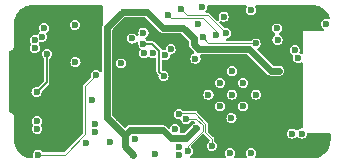
<source format=gbr>
%TF.GenerationSoftware,KiCad,Pcbnew,(6.0.4)*%
%TF.CreationDate,2022-11-15T14:04:26+01:00*%
%TF.ProjectId,tk1,746b312e-6b69-4636-9164-5f7063625858,rev?*%
%TF.SameCoordinates,Original*%
%TF.FileFunction,Copper,L3,Inr*%
%TF.FilePolarity,Positive*%
%FSLAX46Y46*%
G04 Gerber Fmt 4.6, Leading zero omitted, Abs format (unit mm)*
G04 Created by KiCad (PCBNEW (6.0.4)) date 2022-11-15 14:04:26*
%MOMM*%
%LPD*%
G01*
G04 APERTURE LIST*
%TA.AperFunction,ViaPad*%
%ADD10C,0.600000*%
%TD*%
%TA.AperFunction,Conductor*%
%ADD11C,0.200000*%
%TD*%
%TA.AperFunction,Conductor*%
%ADD12C,0.600000*%
%TD*%
%TA.AperFunction,Conductor*%
%ADD13C,0.125000*%
%TD*%
G04 APERTURE END LIST*
D10*
%TO.N,GND*%
X113700000Y-91262489D03*
X126850000Y-89100000D03*
X109499292Y-92457430D03*
X105643750Y-92350000D03*
X114400000Y-100200000D03*
X102200000Y-90500000D03*
X107017510Y-95517510D03*
X112200000Y-91600000D03*
X117900000Y-96100000D03*
X116900000Y-95100000D03*
X114080000Y-98030000D03*
X110450000Y-90350000D03*
X116345293Y-87690236D03*
X119850000Y-94100000D03*
X118900000Y-93100000D03*
X102800000Y-90200000D03*
X102987526Y-89456771D03*
X124200000Y-91350000D03*
X102200000Y-91150000D03*
X111450000Y-91600000D03*
X113250000Y-91750000D03*
X114400000Y-99524500D03*
X117900000Y-94100000D03*
X105593750Y-89200000D03*
X118900000Y-95100000D03*
X122700000Y-89500000D03*
X108600500Y-99100000D03*
X106500000Y-99200000D03*
X120500000Y-87950000D03*
X119850000Y-96100000D03*
X102400000Y-98000000D03*
X102400000Y-97350000D03*
X124500000Y-92000000D03*
X120900000Y-95100000D03*
X111400000Y-89850000D03*
X115800000Y-92050000D03*
X118850000Y-97100000D03*
%TO.N,+5V*%
X105543750Y-88200000D03*
X105593750Y-91250000D03*
X102500000Y-91950000D03*
X103500000Y-98000000D03*
X102300000Y-92650000D03*
X102350000Y-95700000D03*
X102800000Y-88050000D03*
X102350000Y-96450000D03*
%TO.N,+3V3*%
X114700000Y-93400000D03*
X123371981Y-90871981D03*
X111400000Y-88850000D03*
X119300000Y-89900000D03*
X107256692Y-97601839D03*
X123522528Y-93677472D03*
X116610383Y-100162874D03*
X109550000Y-96150000D03*
X114599988Y-90338489D03*
X109543750Y-91350000D03*
X109350000Y-97050000D03*
X109400000Y-95350000D03*
X120050000Y-90000000D03*
X126850000Y-98600000D03*
X113700000Y-90150000D03*
%TO.N,+2V5*%
X111400000Y-90800000D03*
X113100000Y-93550000D03*
X107300000Y-98300000D03*
%TO.N,+1V2*%
X122900238Y-93064220D03*
X115875683Y-97957964D03*
X110518912Y-100172510D03*
X109750000Y-88100000D03*
%TO.N,APP_CDONE*%
X122750000Y-90450000D03*
%TO.N,APP_CRESET*%
X116400000Y-90250000D03*
X120896377Y-90771778D03*
%TO.N,APP_ICE_SCK*%
X113500000Y-88388000D03*
X117562000Y-90050000D03*
%TO.N,SPI_VCC_OK*%
X107400000Y-93450000D03*
X102463948Y-100180819D03*
%TO.N,INTERFACE_TX*%
X110707631Y-98894377D03*
%TO.N,Net-(P1-PadA5)*%
X102346800Y-94903200D03*
X103206258Y-91637342D03*
%TO.N,APP_ICE_SS*%
X118183368Y-88496982D03*
%TO.N,APP_ICE_MOSI*%
X115986240Y-89094334D03*
%TO.N,APP_ICE_MISO*%
X118400000Y-89900000D03*
X114606642Y-87860883D03*
%TO.N,INTERFACE_RX*%
X112400000Y-100100000D03*
%TO.N,INTERFACE_RTS*%
X115001531Y-97152723D03*
X115142397Y-99910606D03*
%TO.N,INTERFACE_CTS*%
X117188553Y-99431165D03*
X114400000Y-96762000D03*
%TO.N,APP_GPIO1*%
X118700000Y-100050000D03*
%TO.N,APP_GPIO2*%
X120500000Y-100050000D03*
%TO.N,APP_GPIO3*%
X124000000Y-98400500D03*
%TO.N,APP_GPIO4*%
X124796800Y-98396800D03*
%TD*%
D11*
%TO.N,+2V5*%
X112141772Y-90800000D02*
X111400000Y-90800000D01*
X112724511Y-93174511D02*
X112724511Y-91382739D01*
X112724511Y-91382739D02*
X112141772Y-90800000D01*
X113100000Y-93550000D02*
X112724511Y-93174511D01*
D12*
%TO.N,+1V2*%
X115875683Y-97957964D02*
X115033647Y-98800000D01*
X114725489Y-89425489D02*
X115650000Y-90350000D01*
X109650000Y-88100000D02*
X109750000Y-88100000D01*
X113025489Y-89425489D02*
X114725489Y-89425489D01*
X108350000Y-97100000D02*
X108350000Y-89400000D01*
X108350000Y-89400000D02*
X109650000Y-88100000D01*
X115650000Y-90850000D02*
X116050000Y-91250000D01*
X110224511Y-98125489D02*
X109800000Y-98550000D01*
X113700000Y-98800000D02*
X113025489Y-98125489D01*
X113025489Y-98125489D02*
X110224511Y-98125489D01*
X109800000Y-98550000D02*
X108350000Y-97100000D01*
X111700000Y-88100000D02*
X113025489Y-89425489D01*
X110518912Y-100172510D02*
X109800000Y-99453598D01*
X115650000Y-90350000D02*
X115650000Y-90850000D01*
X109750000Y-88100000D02*
X111700000Y-88100000D01*
X115033647Y-98800000D02*
X113700000Y-98800000D01*
X109800000Y-99453598D02*
X109800000Y-98550000D01*
X122164220Y-93064220D02*
X122900238Y-93064220D01*
X120350000Y-91250000D02*
X122164220Y-93064220D01*
X116050000Y-91250000D02*
X120350000Y-91250000D01*
D13*
%TO.N,APP_CRESET*%
X116900000Y-90750000D02*
X116400000Y-90250000D01*
X120874599Y-90750000D02*
X116900000Y-90750000D01*
X120896377Y-90771778D02*
X120874599Y-90750000D01*
%TO.N,APP_ICE_SCK*%
X113719323Y-88607323D02*
X113500000Y-88388000D01*
X116457323Y-88607323D02*
X113719323Y-88607323D01*
X117562000Y-89712000D02*
X116457323Y-88607323D01*
X117562000Y-90050000D02*
X117562000Y-89712000D01*
%TO.N,SPI_VCC_OK*%
X104719181Y-100180819D02*
X102463948Y-100180819D01*
X106450000Y-98450000D02*
X104719181Y-100180819D01*
X106450000Y-94400000D02*
X106450000Y-98450000D01*
X107400000Y-93450000D02*
X106450000Y-94400000D01*
D11*
%TO.N,Net-(P1-PadA5)*%
X103206258Y-91637342D02*
X103206258Y-94043742D01*
X103206258Y-94043742D02*
X102346800Y-94903200D01*
D13*
%TO.N,APP_ICE_MISO*%
X118400000Y-89900000D02*
X116857803Y-88357803D01*
X115103562Y-88357803D02*
X114606642Y-87860883D01*
X116857803Y-88357803D02*
X115103562Y-88357803D01*
%TO.N,INTERFACE_RTS*%
X115142397Y-99454729D02*
X116400000Y-98197126D01*
X115142397Y-99910606D02*
X115142397Y-99454729D01*
X116400000Y-97700000D02*
X115852723Y-97152723D01*
X115852723Y-97152723D02*
X115001531Y-97152723D01*
X116400000Y-98197126D02*
X116400000Y-97700000D01*
%TO.N,INTERFACE_CTS*%
X117188553Y-99431165D02*
X117188553Y-98838553D01*
X116650000Y-97550000D02*
X115765712Y-96665712D01*
X117188553Y-98838553D02*
X116650000Y-98300000D01*
X116650000Y-98300000D02*
X116650000Y-97550000D01*
X114496288Y-96665712D02*
X114400000Y-96762000D01*
X115765712Y-96665712D02*
X114496288Y-96665712D01*
%TD*%
%TA.AperFunction,Conductor*%
%TO.N,+5V*%
G36*
X107892121Y-87520502D02*
G01*
X107938614Y-87574158D01*
X107950000Y-87626500D01*
X107950000Y-89222025D01*
X107944076Y-89259425D01*
X107940281Y-89266874D01*
X107938730Y-89276668D01*
X107936528Y-89290570D01*
X107931914Y-89309790D01*
X107924500Y-89332607D01*
X107924500Y-93068562D01*
X107904498Y-93136683D01*
X107850842Y-93183176D01*
X107780568Y-93193280D01*
X107715988Y-93163786D01*
X107709405Y-93157657D01*
X107653220Y-93101472D01*
X107533126Y-93040281D01*
X107523337Y-93038731D01*
X107523335Y-93038730D01*
X107409793Y-93020747D01*
X107400000Y-93019196D01*
X107390207Y-93020747D01*
X107276665Y-93038730D01*
X107276663Y-93038731D01*
X107266874Y-93040281D01*
X107146780Y-93101472D01*
X107051472Y-93196780D01*
X106990281Y-93316874D01*
X106969196Y-93450000D01*
X106970747Y-93459793D01*
X106981704Y-93528972D01*
X106972604Y-93599383D01*
X106946350Y-93637778D01*
X106340166Y-94243962D01*
X106339628Y-94244442D01*
X106329957Y-94249086D01*
X106321096Y-94260166D01*
X106321095Y-94260167D01*
X106314013Y-94269023D01*
X106309120Y-94274490D01*
X106307078Y-94277050D01*
X106302076Y-94282052D01*
X106298312Y-94288041D01*
X106295921Y-94291038D01*
X106292047Y-94296490D01*
X106276387Y-94316072D01*
X106273902Y-94326879D01*
X106268002Y-94336266D01*
X106266408Y-94350364D01*
X106265187Y-94361162D01*
X106264012Y-94368037D01*
X106263598Y-94371688D01*
X106262000Y-94378637D01*
X106262000Y-94385771D01*
X106261607Y-94389235D01*
X106261202Y-94396411D01*
X106258366Y-94421495D01*
X106261952Y-94431763D01*
X106262000Y-94432625D01*
X106262000Y-98319938D01*
X106241998Y-98388059D01*
X106225095Y-98409033D01*
X104678214Y-99955914D01*
X104615902Y-99989940D01*
X104589119Y-99992819D01*
X102922143Y-99992819D01*
X102854022Y-99972817D01*
X102820207Y-99940880D01*
X102816980Y-99936438D01*
X102812476Y-99927599D01*
X102717168Y-99832291D01*
X102597074Y-99771100D01*
X102587285Y-99769550D01*
X102587283Y-99769549D01*
X102473741Y-99751566D01*
X102463948Y-99750015D01*
X102454155Y-99751566D01*
X102340613Y-99769549D01*
X102340611Y-99769550D01*
X102330822Y-99771100D01*
X102210728Y-99832291D01*
X102115420Y-99927599D01*
X102054229Y-100047693D01*
X102052679Y-100057482D01*
X102052678Y-100057484D01*
X102042535Y-100121528D01*
X102033144Y-100180819D01*
X102054229Y-100313945D01*
X102058731Y-100322780D01*
X102061116Y-100330121D01*
X102063144Y-100401089D01*
X102026481Y-100461887D01*
X101962769Y-100493212D01*
X101932394Y-100494744D01*
X101788086Y-100484535D01*
X101770281Y-100481988D01*
X101571855Y-100438951D01*
X101554584Y-100433890D01*
X101364317Y-100363025D01*
X101347944Y-100355555D01*
X101328459Y-100344923D01*
X101169713Y-100258305D01*
X101154581Y-100248585D01*
X100992017Y-100126931D01*
X100978415Y-100115146D01*
X100834854Y-99971585D01*
X100823069Y-99957983D01*
X100800331Y-99927599D01*
X100701415Y-99795419D01*
X100691695Y-99780287D01*
X100594445Y-99602056D01*
X100586975Y-99585683D01*
X100516110Y-99395416D01*
X100511049Y-99378146D01*
X100484111Y-99253947D01*
X100468012Y-99179719D01*
X100465464Y-99161909D01*
X100453210Y-98988682D01*
X100453840Y-98973797D01*
X100453588Y-98973794D01*
X100453706Y-98964814D01*
X100455094Y-98955947D01*
X100453904Y-98946780D01*
X100451550Y-98928664D01*
X100450500Y-98912433D01*
X100450500Y-98000000D01*
X101969196Y-98000000D01*
X101970747Y-98009793D01*
X101976956Y-98048992D01*
X101990281Y-98133126D01*
X102051472Y-98253220D01*
X102146780Y-98348528D01*
X102266874Y-98409719D01*
X102276663Y-98411269D01*
X102276665Y-98411270D01*
X102390207Y-98429253D01*
X102400000Y-98430804D01*
X102409793Y-98429253D01*
X102523335Y-98411270D01*
X102523337Y-98411269D01*
X102533126Y-98409719D01*
X102653220Y-98348528D01*
X102748528Y-98253220D01*
X102809719Y-98133126D01*
X102823045Y-98048992D01*
X102829253Y-98009793D01*
X102830804Y-98000000D01*
X102825317Y-97965358D01*
X102811270Y-97876665D01*
X102811269Y-97876663D01*
X102809719Y-97866874D01*
X102748528Y-97746780D01*
X102746858Y-97745110D01*
X102724410Y-97682194D01*
X102740489Y-97613043D01*
X102743697Y-97608051D01*
X102748528Y-97603220D01*
X102809719Y-97483126D01*
X102813520Y-97459131D01*
X102829253Y-97359793D01*
X102830804Y-97350000D01*
X102822185Y-97295581D01*
X102811270Y-97226665D01*
X102811269Y-97226663D01*
X102809719Y-97216874D01*
X102748528Y-97096780D01*
X102653220Y-97001472D01*
X102533126Y-96940281D01*
X102523337Y-96938731D01*
X102523335Y-96938730D01*
X102409793Y-96920747D01*
X102400000Y-96919196D01*
X102390207Y-96920747D01*
X102276665Y-96938730D01*
X102276663Y-96938731D01*
X102266874Y-96940281D01*
X102146780Y-97001472D01*
X102051472Y-97096780D01*
X101990281Y-97216874D01*
X101988731Y-97226663D01*
X101988730Y-97226665D01*
X101977815Y-97295581D01*
X101969196Y-97350000D01*
X101970747Y-97359793D01*
X101986481Y-97459131D01*
X101990281Y-97483126D01*
X102051472Y-97603220D01*
X102053142Y-97604890D01*
X102075590Y-97667806D01*
X102059511Y-97736957D01*
X102056303Y-97741949D01*
X102051472Y-97746780D01*
X101990281Y-97866874D01*
X101988731Y-97876663D01*
X101988730Y-97876665D01*
X101974683Y-97965358D01*
X101969196Y-98000000D01*
X100450500Y-98000000D01*
X100450500Y-97116055D01*
X100451839Y-97104353D01*
X100451319Y-97104312D01*
X100452058Y-97094921D01*
X100454185Y-97085745D01*
X100450815Y-97038150D01*
X100450500Y-97029252D01*
X100450500Y-97016150D01*
X100448886Y-97005414D01*
X100447801Y-96995582D01*
X100445282Y-96960013D01*
X100444617Y-96950616D01*
X100441217Y-96941829D01*
X100439355Y-96933498D01*
X100436849Y-96925351D01*
X100435449Y-96916038D01*
X100415933Y-96875396D01*
X100412006Y-96866321D01*
X100399136Y-96833055D01*
X100395739Y-96824274D01*
X100389909Y-96816879D01*
X100385682Y-96809468D01*
X100380885Y-96802409D01*
X100376809Y-96793921D01*
X100370418Y-96787007D01*
X100346200Y-96760807D01*
X100339779Y-96753288D01*
X100317705Y-96725288D01*
X100317702Y-96725285D01*
X100311872Y-96717890D01*
X100304126Y-96712537D01*
X100297902Y-96706692D01*
X100291248Y-96701361D01*
X100284854Y-96694444D01*
X100245862Y-96671796D01*
X100237509Y-96666495D01*
X100208178Y-96646223D01*
X100208177Y-96646222D01*
X100200431Y-96640869D01*
X100191452Y-96638029D01*
X100183781Y-96634271D01*
X100175854Y-96631132D01*
X100167713Y-96626404D01*
X100158546Y-96624279D01*
X100158543Y-96624278D01*
X100123793Y-96616224D01*
X100114250Y-96613613D01*
X100088006Y-96605313D01*
X100029087Y-96565701D01*
X100000938Y-96500523D01*
X100000000Y-96485178D01*
X100000000Y-94903200D01*
X101915996Y-94903200D01*
X101937081Y-95036326D01*
X101998272Y-95156420D01*
X102093580Y-95251728D01*
X102213674Y-95312919D01*
X102223463Y-95314469D01*
X102223465Y-95314470D01*
X102337007Y-95332453D01*
X102346800Y-95334004D01*
X102356593Y-95332453D01*
X102470135Y-95314470D01*
X102470137Y-95314469D01*
X102479926Y-95312919D01*
X102600020Y-95251728D01*
X102695328Y-95156420D01*
X102756519Y-95036326D01*
X102777604Y-94903200D01*
X102772347Y-94870010D01*
X102781446Y-94799599D01*
X102807701Y-94761204D01*
X103359186Y-94209719D01*
X103363970Y-94205178D01*
X103392767Y-94179249D01*
X103401013Y-94160727D01*
X103410441Y-94143364D01*
X103421484Y-94126360D01*
X103423556Y-94113279D01*
X103425338Y-94108636D01*
X103426372Y-94103770D01*
X103431758Y-94091674D01*
X103431758Y-94071408D01*
X103433309Y-94051697D01*
X103434409Y-94044753D01*
X103436480Y-94031677D01*
X103433053Y-94018888D01*
X103432360Y-94005660D01*
X103432834Y-94005635D01*
X103431758Y-93997465D01*
X103431758Y-92350000D01*
X105212946Y-92350000D01*
X105234031Y-92483126D01*
X105295222Y-92603220D01*
X105390530Y-92698528D01*
X105510624Y-92759719D01*
X105520413Y-92761269D01*
X105520415Y-92761270D01*
X105633957Y-92779253D01*
X105643750Y-92780804D01*
X105653543Y-92779253D01*
X105767085Y-92761270D01*
X105767087Y-92761269D01*
X105776876Y-92759719D01*
X105896970Y-92698528D01*
X105992278Y-92603220D01*
X106053469Y-92483126D01*
X106074554Y-92350000D01*
X106053469Y-92216874D01*
X105992278Y-92096780D01*
X105896970Y-92001472D01*
X105776876Y-91940281D01*
X105767087Y-91938731D01*
X105767085Y-91938730D01*
X105653543Y-91920747D01*
X105643750Y-91919196D01*
X105633957Y-91920747D01*
X105520415Y-91938730D01*
X105520413Y-91938731D01*
X105510624Y-91940281D01*
X105390530Y-92001472D01*
X105295222Y-92096780D01*
X105234031Y-92216874D01*
X105212946Y-92350000D01*
X103431758Y-92350000D01*
X103431758Y-92065780D01*
X103451760Y-91997659D01*
X103468663Y-91976685D01*
X103554786Y-91890562D01*
X103615977Y-91770468D01*
X103637062Y-91637342D01*
X103627862Y-91579253D01*
X103617528Y-91514007D01*
X103617527Y-91514005D01*
X103615977Y-91504216D01*
X103554786Y-91384122D01*
X103459478Y-91288814D01*
X103339384Y-91227623D01*
X103329595Y-91226073D01*
X103329593Y-91226072D01*
X103216051Y-91208089D01*
X103206258Y-91206538D01*
X103196465Y-91208089D01*
X103082923Y-91226072D01*
X103082921Y-91226073D01*
X103073132Y-91227623D01*
X102953038Y-91288814D01*
X102857730Y-91384122D01*
X102796539Y-91504216D01*
X102794989Y-91514005D01*
X102794988Y-91514007D01*
X102784654Y-91579253D01*
X102775454Y-91637342D01*
X102796539Y-91770468D01*
X102857730Y-91890562D01*
X102943853Y-91976685D01*
X102977879Y-92038997D01*
X102980758Y-92065780D01*
X102980758Y-93898145D01*
X102960756Y-93966266D01*
X102943854Y-93987240D01*
X102488796Y-94442299D01*
X102426483Y-94476324D01*
X102379990Y-94477653D01*
X102346800Y-94472396D01*
X102337007Y-94473947D01*
X102223465Y-94491930D01*
X102223463Y-94491931D01*
X102213674Y-94493481D01*
X102093580Y-94554672D01*
X101998272Y-94649980D01*
X101937081Y-94770074D01*
X101935531Y-94779863D01*
X101935530Y-94779865D01*
X101931296Y-94806601D01*
X101915996Y-94903200D01*
X100000000Y-94903200D01*
X100000000Y-91516342D01*
X100020002Y-91448221D01*
X100073658Y-91401728D01*
X100093603Y-91395026D01*
X100099384Y-91394617D01*
X100108168Y-91391218D01*
X100116498Y-91389356D01*
X100124648Y-91386849D01*
X100133962Y-91385449D01*
X100174604Y-91365933D01*
X100183679Y-91362006D01*
X100216945Y-91349136D01*
X100216944Y-91349136D01*
X100225726Y-91345739D01*
X100233121Y-91339909D01*
X100240532Y-91335682D01*
X100247591Y-91330885D01*
X100256079Y-91326809D01*
X100262993Y-91320418D01*
X100289193Y-91296200D01*
X100296712Y-91289779D01*
X100324712Y-91267705D01*
X100324715Y-91267702D01*
X100332110Y-91261872D01*
X100337463Y-91254126D01*
X100343308Y-91247902D01*
X100348639Y-91241248D01*
X100355556Y-91234854D01*
X100378204Y-91195862D01*
X100383505Y-91187509D01*
X100403777Y-91158178D01*
X100403778Y-91158177D01*
X100409131Y-91150431D01*
X100409267Y-91150000D01*
X101769196Y-91150000D01*
X101770747Y-91159793D01*
X101787839Y-91267705D01*
X101790281Y-91283126D01*
X101851472Y-91403220D01*
X101946780Y-91498528D01*
X102066874Y-91559719D01*
X102076663Y-91561269D01*
X102076665Y-91561270D01*
X102190207Y-91579253D01*
X102200000Y-91580804D01*
X102209793Y-91579253D01*
X102323335Y-91561270D01*
X102323337Y-91561269D01*
X102333126Y-91559719D01*
X102453220Y-91498528D01*
X102548528Y-91403220D01*
X102609719Y-91283126D01*
X102612162Y-91267705D01*
X102629253Y-91159793D01*
X102630804Y-91150000D01*
X102617970Y-91068970D01*
X102611270Y-91026665D01*
X102611269Y-91026663D01*
X102609719Y-91016874D01*
X102548528Y-90896780D01*
X102546858Y-90895110D01*
X102524410Y-90832194D01*
X102540489Y-90763043D01*
X102543697Y-90758051D01*
X102548528Y-90753220D01*
X102583463Y-90684657D01*
X102632212Y-90633042D01*
X102701127Y-90615976D01*
X102715437Y-90617411D01*
X102800000Y-90630804D01*
X102809793Y-90629253D01*
X102923335Y-90611270D01*
X102923337Y-90611269D01*
X102933126Y-90609719D01*
X103053220Y-90548528D01*
X103148528Y-90453220D01*
X103209719Y-90333126D01*
X103230804Y-90200000D01*
X103222405Y-90146972D01*
X103211270Y-90076665D01*
X103211269Y-90076663D01*
X103209719Y-90066874D01*
X103183463Y-90015343D01*
X103167508Y-89984028D01*
X103154404Y-89914251D01*
X103181105Y-89848467D01*
X103222573Y-89814559D01*
X103231911Y-89809801D01*
X103231913Y-89809800D01*
X103240746Y-89805299D01*
X103336054Y-89709991D01*
X103397245Y-89589897D01*
X103403085Y-89553028D01*
X103416779Y-89466564D01*
X103418330Y-89456771D01*
X103416369Y-89444388D01*
X103398796Y-89333436D01*
X103398795Y-89333434D01*
X103397245Y-89323645D01*
X103336054Y-89203551D01*
X103332503Y-89200000D01*
X105162946Y-89200000D01*
X105164497Y-89209793D01*
X105178842Y-89300362D01*
X105184031Y-89333126D01*
X105245222Y-89453220D01*
X105340530Y-89548528D01*
X105460624Y-89609719D01*
X105470413Y-89611269D01*
X105470415Y-89611270D01*
X105583957Y-89629253D01*
X105593750Y-89630804D01*
X105603543Y-89629253D01*
X105717085Y-89611270D01*
X105717087Y-89611269D01*
X105726876Y-89609719D01*
X105846970Y-89548528D01*
X105942278Y-89453220D01*
X106003469Y-89333126D01*
X106008659Y-89300362D01*
X106023003Y-89209793D01*
X106024554Y-89200000D01*
X106010021Y-89108243D01*
X106005020Y-89076665D01*
X106005019Y-89076663D01*
X106003469Y-89066874D01*
X105942278Y-88946780D01*
X105846970Y-88851472D01*
X105726876Y-88790281D01*
X105717087Y-88788731D01*
X105717085Y-88788730D01*
X105603543Y-88770747D01*
X105593750Y-88769196D01*
X105583957Y-88770747D01*
X105470415Y-88788730D01*
X105470413Y-88788731D01*
X105460624Y-88790281D01*
X105340530Y-88851472D01*
X105245222Y-88946780D01*
X105184031Y-89066874D01*
X105182481Y-89076663D01*
X105182480Y-89076665D01*
X105177479Y-89108243D01*
X105162946Y-89200000D01*
X103332503Y-89200000D01*
X103240746Y-89108243D01*
X103120652Y-89047052D01*
X103110863Y-89045502D01*
X103110861Y-89045501D01*
X102997319Y-89027518D01*
X102987526Y-89025967D01*
X102977733Y-89027518D01*
X102864191Y-89045501D01*
X102864189Y-89045502D01*
X102854400Y-89047052D01*
X102734306Y-89108243D01*
X102638998Y-89203551D01*
X102577807Y-89323645D01*
X102576257Y-89333434D01*
X102576256Y-89333436D01*
X102558683Y-89444388D01*
X102556722Y-89456771D01*
X102558273Y-89466564D01*
X102571968Y-89553028D01*
X102577807Y-89589897D01*
X102582308Y-89598730D01*
X102582309Y-89598733D01*
X102620018Y-89672743D01*
X102633122Y-89742520D01*
X102606421Y-89808304D01*
X102564953Y-89842212D01*
X102555615Y-89846970D01*
X102555613Y-89846971D01*
X102546780Y-89851472D01*
X102451472Y-89946780D01*
X102446972Y-89955611D01*
X102446971Y-89955613D01*
X102416537Y-90015343D01*
X102367788Y-90066958D01*
X102298873Y-90084024D01*
X102284563Y-90082589D01*
X102200000Y-90069196D01*
X102190207Y-90070747D01*
X102076665Y-90088730D01*
X102076663Y-90088731D01*
X102066874Y-90090281D01*
X101946780Y-90151472D01*
X101851472Y-90246780D01*
X101790281Y-90366874D01*
X101769196Y-90500000D01*
X101770747Y-90509793D01*
X101787565Y-90615976D01*
X101790281Y-90633126D01*
X101851472Y-90753220D01*
X101853142Y-90754890D01*
X101875590Y-90817806D01*
X101859511Y-90886957D01*
X101856303Y-90891949D01*
X101851472Y-90896780D01*
X101790281Y-91016874D01*
X101788731Y-91026663D01*
X101788730Y-91026665D01*
X101782030Y-91068970D01*
X101769196Y-91150000D01*
X100409267Y-91150000D01*
X100411971Y-91141452D01*
X100415729Y-91133781D01*
X100418868Y-91125854D01*
X100423596Y-91117713D01*
X100425721Y-91108546D01*
X100425722Y-91108543D01*
X100433776Y-91073793D01*
X100436387Y-91064249D01*
X100447815Y-91028115D01*
X100449980Y-91021270D01*
X100450500Y-91014663D01*
X100450500Y-91012193D01*
X100450531Y-91011401D01*
X100451482Y-91004325D01*
X100451319Y-91004312D01*
X100452058Y-90994921D01*
X100454185Y-90985745D01*
X100450815Y-90938150D01*
X100450500Y-90929252D01*
X100450500Y-89098376D01*
X100452246Y-89077472D01*
X100454190Y-89065917D01*
X100454997Y-89061120D01*
X100455133Y-89050000D01*
X100453958Y-89041795D01*
X100453007Y-89014949D01*
X100465629Y-88838474D01*
X100468188Y-88820680D01*
X100511352Y-88622259D01*
X100516416Y-88605010D01*
X100587376Y-88414756D01*
X100594845Y-88398402D01*
X100692159Y-88220186D01*
X100701878Y-88205063D01*
X100730078Y-88167393D01*
X100823568Y-88042504D01*
X100835341Y-88028918D01*
X100978918Y-87885341D01*
X100992504Y-87873568D01*
X101155063Y-87751878D01*
X101170183Y-87742161D01*
X101348405Y-87644843D01*
X101364752Y-87637378D01*
X101481497Y-87593834D01*
X101555010Y-87566416D01*
X101572259Y-87561352D01*
X101770680Y-87518188D01*
X101788474Y-87515629D01*
X101961696Y-87503240D01*
X101976590Y-87503858D01*
X101976593Y-87503608D01*
X101985569Y-87503718D01*
X101994440Y-87505099D01*
X102003342Y-87503935D01*
X102003345Y-87503935D01*
X102021473Y-87501564D01*
X102037810Y-87500500D01*
X107824000Y-87500500D01*
X107892121Y-87520502D01*
G37*
%TD.AperFunction*%
%TD*%
%TA.AperFunction,Conductor*%
%TO.N,+3V3*%
G36*
X120116827Y-87520502D02*
G01*
X120163320Y-87574158D01*
X120173424Y-87644432D01*
X120152658Y-87695594D01*
X120151472Y-87696780D01*
X120090281Y-87816874D01*
X120088731Y-87826663D01*
X120088730Y-87826665D01*
X120079437Y-87885341D01*
X120069196Y-87950000D01*
X120070747Y-87959793D01*
X120087597Y-88066178D01*
X120090281Y-88083126D01*
X120151472Y-88203220D01*
X120246780Y-88298528D01*
X120366874Y-88359719D01*
X120376663Y-88361269D01*
X120376665Y-88361270D01*
X120490207Y-88379253D01*
X120500000Y-88380804D01*
X120509793Y-88379253D01*
X120623335Y-88361270D01*
X120623337Y-88361269D01*
X120633126Y-88359719D01*
X120753220Y-88298528D01*
X120848528Y-88203220D01*
X120909719Y-88083126D01*
X120912404Y-88066178D01*
X120929253Y-87959793D01*
X120930804Y-87950000D01*
X120920563Y-87885341D01*
X120911270Y-87826665D01*
X120911269Y-87826663D01*
X120909719Y-87816874D01*
X120848528Y-87696780D01*
X120847721Y-87695973D01*
X120825499Y-87633693D01*
X120841580Y-87564542D01*
X120892494Y-87515061D01*
X120951294Y-87500500D01*
X125655152Y-87500500D01*
X125674536Y-87502000D01*
X125685567Y-87503718D01*
X125685571Y-87503718D01*
X125694440Y-87505099D01*
X125706517Y-87503520D01*
X125731837Y-87502777D01*
X125859194Y-87511886D01*
X125911526Y-87515629D01*
X125929320Y-87518188D01*
X126127741Y-87561352D01*
X126144990Y-87566416D01*
X126170150Y-87575800D01*
X126335248Y-87637378D01*
X126351595Y-87644843D01*
X126529817Y-87742161D01*
X126544934Y-87751876D01*
X126644841Y-87826665D01*
X126707496Y-87873568D01*
X126721082Y-87885341D01*
X126864659Y-88028918D01*
X126876432Y-88042504D01*
X126997120Y-88203724D01*
X126998122Y-88205063D01*
X127007839Y-88220183D01*
X127104822Y-88397793D01*
X127105155Y-88398402D01*
X127112622Y-88414752D01*
X127114327Y-88419323D01*
X127156914Y-88533504D01*
X127161978Y-88604320D01*
X127127953Y-88666632D01*
X127065641Y-88700657D01*
X126999922Y-88697369D01*
X126991959Y-88694781D01*
X126983126Y-88690281D01*
X126973337Y-88688731D01*
X126973335Y-88688730D01*
X126859793Y-88670747D01*
X126850000Y-88669196D01*
X126840207Y-88670747D01*
X126726665Y-88688730D01*
X126726663Y-88688731D01*
X126716874Y-88690281D01*
X126596780Y-88751472D01*
X126501472Y-88846780D01*
X126440281Y-88966874D01*
X126438731Y-88976663D01*
X126438730Y-88976665D01*
X126422845Y-89076961D01*
X126419196Y-89100000D01*
X126420747Y-89109793D01*
X126426636Y-89146972D01*
X126440281Y-89233126D01*
X126501472Y-89353220D01*
X126596780Y-89448528D01*
X126619865Y-89460291D01*
X126622696Y-89461733D01*
X126674311Y-89510482D01*
X126691377Y-89579397D01*
X126668476Y-89646598D01*
X126612878Y-89690750D01*
X126565493Y-89700000D01*
X124900000Y-89700000D01*
X124900000Y-91520647D01*
X124879998Y-91588768D01*
X124826342Y-91635261D01*
X124756068Y-91645365D01*
X124716799Y-91632915D01*
X124677328Y-91612803D01*
X124625714Y-91564056D01*
X124608648Y-91495141D01*
X124610083Y-91480826D01*
X124611270Y-91473335D01*
X124630804Y-91350000D01*
X124628215Y-91333656D01*
X124611270Y-91226665D01*
X124611269Y-91226663D01*
X124609719Y-91216874D01*
X124548528Y-91096780D01*
X124453220Y-91001472D01*
X124333126Y-90940281D01*
X124323337Y-90938731D01*
X124323335Y-90938730D01*
X124209793Y-90920747D01*
X124200000Y-90919196D01*
X124190207Y-90920747D01*
X124076665Y-90938730D01*
X124076663Y-90938731D01*
X124066874Y-90940281D01*
X123946780Y-91001472D01*
X123851472Y-91096780D01*
X123790281Y-91216874D01*
X123788731Y-91226663D01*
X123788730Y-91226665D01*
X123771785Y-91333656D01*
X123769196Y-91350000D01*
X123790281Y-91483126D01*
X123851472Y-91603220D01*
X123946780Y-91698528D01*
X123955613Y-91703029D01*
X123955615Y-91703030D01*
X124022670Y-91737196D01*
X124074286Y-91785944D01*
X124091352Y-91854859D01*
X124089917Y-91869169D01*
X124069196Y-92000000D01*
X124070747Y-92009793D01*
X124087555Y-92115913D01*
X124090281Y-92133126D01*
X124151472Y-92253220D01*
X124246780Y-92348528D01*
X124366874Y-92409719D01*
X124376663Y-92411269D01*
X124376665Y-92411270D01*
X124490207Y-92429253D01*
X124500000Y-92430804D01*
X124509793Y-92429253D01*
X124623335Y-92411270D01*
X124623337Y-92411269D01*
X124633126Y-92409719D01*
X124716798Y-92367086D01*
X124786573Y-92353982D01*
X124852358Y-92380682D01*
X124893265Y-92438709D01*
X124900000Y-92479353D01*
X124900000Y-97842036D01*
X124879998Y-97910157D01*
X124826342Y-97956650D01*
X124793711Y-97966485D01*
X124673465Y-97985530D01*
X124673463Y-97985531D01*
X124663674Y-97987081D01*
X124543580Y-98048272D01*
X124485645Y-98106207D01*
X124423333Y-98140233D01*
X124352518Y-98135168D01*
X124307455Y-98106207D01*
X124253220Y-98051972D01*
X124133126Y-97990781D01*
X124123337Y-97989231D01*
X124123335Y-97989230D01*
X124009793Y-97971247D01*
X124000000Y-97969696D01*
X123990207Y-97971247D01*
X123876665Y-97989230D01*
X123876663Y-97989231D01*
X123866874Y-97990781D01*
X123746780Y-98051972D01*
X123651472Y-98147280D01*
X123590281Y-98267374D01*
X123569196Y-98400500D01*
X123590281Y-98533626D01*
X123651472Y-98653720D01*
X123746780Y-98749028D01*
X123866874Y-98810219D01*
X123876663Y-98811769D01*
X123876665Y-98811770D01*
X123990207Y-98829753D01*
X124000000Y-98831304D01*
X124009793Y-98829753D01*
X124123335Y-98811770D01*
X124123337Y-98811769D01*
X124133126Y-98810219D01*
X124253220Y-98749028D01*
X124311155Y-98691093D01*
X124373467Y-98657067D01*
X124444282Y-98662132D01*
X124489345Y-98691093D01*
X124543580Y-98745328D01*
X124663674Y-98806519D01*
X124673463Y-98808069D01*
X124673465Y-98808070D01*
X124787007Y-98826053D01*
X124796800Y-98827604D01*
X124806593Y-98826053D01*
X124920135Y-98808070D01*
X124920137Y-98808069D01*
X124929926Y-98806519D01*
X125050020Y-98745328D01*
X125145328Y-98650020D01*
X125206519Y-98529926D01*
X125218182Y-98456289D01*
X125248595Y-98392136D01*
X125308863Y-98354609D01*
X125342631Y-98350000D01*
X127123500Y-98350000D01*
X127191621Y-98370002D01*
X127238114Y-98423658D01*
X127249500Y-98476000D01*
X127249500Y-98905152D01*
X127248000Y-98924536D01*
X127246282Y-98935567D01*
X127246282Y-98935571D01*
X127244901Y-98944440D01*
X127246480Y-98956517D01*
X127247223Y-98981839D01*
X127234371Y-99161526D01*
X127231812Y-99179320D01*
X127188648Y-99377741D01*
X127183584Y-99394990D01*
X127128935Y-99541513D01*
X127112624Y-99585244D01*
X127105157Y-99601595D01*
X127013810Y-99768883D01*
X127007841Y-99779814D01*
X126998124Y-99794934D01*
X126912025Y-99909949D01*
X126876432Y-99957496D01*
X126864659Y-99971082D01*
X126721082Y-100114659D01*
X126707495Y-100126432D01*
X126553170Y-100241959D01*
X126544937Y-100248122D01*
X126529817Y-100257839D01*
X126351595Y-100355157D01*
X126335248Y-100362622D01*
X126272371Y-100386074D01*
X126144990Y-100433584D01*
X126127741Y-100438648D01*
X125929320Y-100481812D01*
X125911526Y-100484371D01*
X125738304Y-100496760D01*
X125723410Y-100496142D01*
X125723407Y-100496392D01*
X125714431Y-100496282D01*
X125705560Y-100494901D01*
X125696658Y-100496065D01*
X125696655Y-100496065D01*
X125678527Y-100498436D01*
X125662190Y-100499500D01*
X120951294Y-100499500D01*
X120883173Y-100479498D01*
X120836680Y-100425842D01*
X120826576Y-100355568D01*
X120847342Y-100304406D01*
X120848528Y-100303220D01*
X120909719Y-100183126D01*
X120911401Y-100172510D01*
X120929253Y-100059793D01*
X120930804Y-100050000D01*
X120909719Y-99916874D01*
X120848528Y-99796780D01*
X120753220Y-99701472D01*
X120633126Y-99640281D01*
X120623337Y-99638731D01*
X120623335Y-99638730D01*
X120509793Y-99620747D01*
X120500000Y-99619196D01*
X120490207Y-99620747D01*
X120376665Y-99638730D01*
X120376663Y-99638731D01*
X120366874Y-99640281D01*
X120246780Y-99701472D01*
X120151472Y-99796780D01*
X120090281Y-99916874D01*
X120069196Y-100050000D01*
X120070747Y-100059793D01*
X120088600Y-100172510D01*
X120090281Y-100183126D01*
X120151472Y-100303220D01*
X120152279Y-100304027D01*
X120174501Y-100366307D01*
X120158420Y-100435458D01*
X120107506Y-100484939D01*
X120048706Y-100499500D01*
X119151294Y-100499500D01*
X119083173Y-100479498D01*
X119036680Y-100425842D01*
X119026576Y-100355568D01*
X119047342Y-100304406D01*
X119048528Y-100303220D01*
X119109719Y-100183126D01*
X119111401Y-100172510D01*
X119129253Y-100059793D01*
X119130804Y-100050000D01*
X119109719Y-99916874D01*
X119048528Y-99796780D01*
X118953220Y-99701472D01*
X118833126Y-99640281D01*
X118823337Y-99638731D01*
X118823335Y-99638730D01*
X118709793Y-99620747D01*
X118700000Y-99619196D01*
X118690207Y-99620747D01*
X118576665Y-99638730D01*
X118576663Y-99638731D01*
X118566874Y-99640281D01*
X118446780Y-99701472D01*
X118351472Y-99796780D01*
X118290281Y-99916874D01*
X118269196Y-100050000D01*
X118270747Y-100059793D01*
X118288600Y-100172510D01*
X118290281Y-100183126D01*
X118351472Y-100303220D01*
X118352279Y-100304027D01*
X118374501Y-100366307D01*
X118358420Y-100435458D01*
X118307506Y-100484939D01*
X118248706Y-100499500D01*
X115448700Y-100499500D01*
X115380579Y-100479498D01*
X115334086Y-100425842D01*
X115323982Y-100355568D01*
X115353476Y-100290988D01*
X115379562Y-100270574D01*
X115378757Y-100269467D01*
X115386785Y-100263634D01*
X115395617Y-100259134D01*
X115490925Y-100163826D01*
X115552116Y-100043732D01*
X115554205Y-100030546D01*
X115571650Y-99920399D01*
X115573201Y-99910606D01*
X115564491Y-99855612D01*
X115553667Y-99787271D01*
X115553666Y-99787269D01*
X115552116Y-99777480D01*
X115490925Y-99657386D01*
X115437364Y-99603825D01*
X115403338Y-99541513D01*
X115408403Y-99470698D01*
X115437363Y-99425635D01*
X116384469Y-98478529D01*
X116446780Y-98444505D01*
X116517595Y-98449569D01*
X116562658Y-98478530D01*
X116963648Y-98879520D01*
X116997674Y-98941832D01*
X117000553Y-98968615D01*
X117000553Y-98972970D01*
X116980551Y-99041091D01*
X116948614Y-99074906D01*
X116944172Y-99078133D01*
X116935333Y-99082637D01*
X116840025Y-99177945D01*
X116778834Y-99298039D01*
X116777284Y-99307828D01*
X116777283Y-99307830D01*
X116762500Y-99401166D01*
X116757749Y-99431165D01*
X116759300Y-99440958D01*
X116775589Y-99543801D01*
X116778834Y-99564291D01*
X116840025Y-99684385D01*
X116935333Y-99779693D01*
X117055427Y-99840884D01*
X117065216Y-99842434D01*
X117065218Y-99842435D01*
X117178760Y-99860418D01*
X117188553Y-99861969D01*
X117198346Y-99860418D01*
X117311888Y-99842435D01*
X117311890Y-99842434D01*
X117321679Y-99840884D01*
X117441773Y-99779693D01*
X117537081Y-99684385D01*
X117598272Y-99564291D01*
X117601518Y-99543801D01*
X117617806Y-99440958D01*
X117619357Y-99431165D01*
X117614606Y-99401166D01*
X117599823Y-99307830D01*
X117599822Y-99307828D01*
X117598272Y-99298039D01*
X117537081Y-99177945D01*
X117441773Y-99082637D01*
X117432934Y-99078133D01*
X117428492Y-99074906D01*
X117385138Y-99018684D01*
X117376553Y-98972970D01*
X117376553Y-98871225D01*
X117376594Y-98870506D01*
X117380149Y-98860382D01*
X117377326Y-98835015D01*
X117376920Y-98827689D01*
X117376553Y-98824430D01*
X117376553Y-98817357D01*
X117374980Y-98810460D01*
X117374548Y-98806628D01*
X117373434Y-98800043D01*
X117372232Y-98789239D01*
X117372231Y-98789237D01*
X117370662Y-98775136D01*
X117364778Y-98765738D01*
X117362312Y-98754928D01*
X117346693Y-98735327D01*
X117342665Y-98729638D01*
X117340380Y-98726769D01*
X117336595Y-98720723D01*
X117331550Y-98715678D01*
X117329378Y-98712950D01*
X117324596Y-98707597D01*
X117317701Y-98698944D01*
X117308859Y-98687848D01*
X117299065Y-98683124D01*
X117298416Y-98682544D01*
X116874905Y-98259033D01*
X116840879Y-98196721D01*
X116838000Y-98169938D01*
X116838000Y-97582660D01*
X116838040Y-97581951D01*
X116841595Y-97571829D01*
X116838773Y-97546469D01*
X116838366Y-97539128D01*
X116838000Y-97535878D01*
X116838000Y-97528804D01*
X116836426Y-97521906D01*
X116835995Y-97518076D01*
X116834879Y-97511478D01*
X116834242Y-97505751D01*
X116832109Y-97486583D01*
X116826225Y-97477185D01*
X116823759Y-97466375D01*
X116808140Y-97446774D01*
X116804112Y-97441085D01*
X116801827Y-97438216D01*
X116798042Y-97432170D01*
X116792997Y-97427125D01*
X116790825Y-97424397D01*
X116786043Y-97419044D01*
X116779148Y-97410391D01*
X116770306Y-97399295D01*
X116760512Y-97394571D01*
X116759863Y-97393991D01*
X116465872Y-97100000D01*
X118419196Y-97100000D01*
X118420747Y-97109793D01*
X118433895Y-97192804D01*
X118440281Y-97233126D01*
X118501472Y-97353220D01*
X118596780Y-97448528D01*
X118716874Y-97509719D01*
X118726663Y-97511269D01*
X118726665Y-97511270D01*
X118840207Y-97529253D01*
X118850000Y-97530804D01*
X118859793Y-97529253D01*
X118973335Y-97511270D01*
X118973337Y-97511269D01*
X118983126Y-97509719D01*
X119103220Y-97448528D01*
X119198528Y-97353220D01*
X119259719Y-97233126D01*
X119266106Y-97192804D01*
X119279253Y-97109793D01*
X119280804Y-97100000D01*
X119267376Y-97015220D01*
X119261270Y-96976665D01*
X119261269Y-96976663D01*
X119259719Y-96966874D01*
X119198528Y-96846780D01*
X119103220Y-96751472D01*
X118983126Y-96690281D01*
X118973337Y-96688731D01*
X118973335Y-96688730D01*
X118859793Y-96670747D01*
X118850000Y-96669196D01*
X118840207Y-96670747D01*
X118726665Y-96688730D01*
X118726663Y-96688731D01*
X118716874Y-96690281D01*
X118596780Y-96751472D01*
X118501472Y-96846780D01*
X118440281Y-96966874D01*
X118438731Y-96976663D01*
X118438730Y-96976665D01*
X118432624Y-97015220D01*
X118419196Y-97100000D01*
X116465872Y-97100000D01*
X115921750Y-96555878D01*
X115921270Y-96555340D01*
X115916626Y-96545669D01*
X115896689Y-96529725D01*
X115891222Y-96524832D01*
X115888662Y-96522790D01*
X115883660Y-96517788D01*
X115877671Y-96514024D01*
X115874674Y-96511633D01*
X115869222Y-96507759D01*
X115849640Y-96492099D01*
X115838833Y-96489614D01*
X115829446Y-96483714D01*
X115804551Y-96480899D01*
X115797675Y-96479724D01*
X115794024Y-96479310D01*
X115787075Y-96477712D01*
X115779941Y-96477712D01*
X115776477Y-96477319D01*
X115769301Y-96476914D01*
X115758318Y-96475672D01*
X115758317Y-96475672D01*
X115744217Y-96474078D01*
X115733949Y-96477664D01*
X115733087Y-96477712D01*
X114769650Y-96477712D01*
X114701529Y-96457710D01*
X114680555Y-96440807D01*
X114653220Y-96413472D01*
X114533126Y-96352281D01*
X114523337Y-96350731D01*
X114523335Y-96350730D01*
X114409793Y-96332747D01*
X114400000Y-96331196D01*
X114390207Y-96332747D01*
X114276665Y-96350730D01*
X114276663Y-96350731D01*
X114266874Y-96352281D01*
X114146780Y-96413472D01*
X114051472Y-96508780D01*
X113990281Y-96628874D01*
X113988731Y-96638663D01*
X113988730Y-96638665D01*
X113983649Y-96670747D01*
X113969196Y-96762000D01*
X113970747Y-96771793D01*
X113984023Y-96855612D01*
X113990281Y-96895126D01*
X114051472Y-97015220D01*
X114146780Y-97110528D01*
X114266874Y-97171719D01*
X114276663Y-97173269D01*
X114276665Y-97173270D01*
X114390207Y-97191253D01*
X114400000Y-97192804D01*
X114409793Y-97191253D01*
X114409794Y-97191253D01*
X114448934Y-97185054D01*
X114519345Y-97194154D01*
X114573659Y-97239876D01*
X114588477Y-97270566D01*
X114590261Y-97276056D01*
X114591812Y-97285849D01*
X114653003Y-97405943D01*
X114748311Y-97501251D01*
X114868405Y-97562442D01*
X114878194Y-97563992D01*
X114878196Y-97563993D01*
X114991738Y-97581976D01*
X115001531Y-97583527D01*
X115011324Y-97581976D01*
X115124866Y-97563993D01*
X115124868Y-97563992D01*
X115134657Y-97562442D01*
X115254751Y-97501251D01*
X115350059Y-97405943D01*
X115354563Y-97397104D01*
X115357790Y-97392662D01*
X115414012Y-97349308D01*
X115459726Y-97340723D01*
X115616748Y-97340723D01*
X115684869Y-97360725D01*
X115731362Y-97414381D01*
X115741466Y-97484655D01*
X115711972Y-97549235D01*
X115680238Y-97574070D01*
X115680102Y-97574114D01*
X115672078Y-97579944D01*
X115672076Y-97579945D01*
X115660694Y-97588215D01*
X115643839Y-97598545D01*
X115622463Y-97609436D01*
X114894304Y-98337595D01*
X114831992Y-98371621D01*
X114805209Y-98374500D01*
X114587632Y-98374500D01*
X114519511Y-98354498D01*
X114473018Y-98300842D01*
X114462914Y-98230568D01*
X114475365Y-98191297D01*
X114485218Y-98171959D01*
X114489719Y-98163126D01*
X114510804Y-98030000D01*
X114503159Y-97981731D01*
X114491270Y-97906665D01*
X114491269Y-97906663D01*
X114489719Y-97896874D01*
X114428528Y-97776780D01*
X114333220Y-97681472D01*
X114213126Y-97620281D01*
X114203337Y-97618731D01*
X114203335Y-97618730D01*
X114089793Y-97600747D01*
X114080000Y-97599196D01*
X114070207Y-97600747D01*
X113956665Y-97618730D01*
X113956663Y-97618731D01*
X113946874Y-97620281D01*
X113826780Y-97681472D01*
X113731472Y-97776780D01*
X113726972Y-97785612D01*
X113685583Y-97866843D01*
X113670281Y-97896874D01*
X113668729Y-97906670D01*
X113668430Y-97907592D01*
X113628357Y-97966199D01*
X113562961Y-97993836D01*
X113493004Y-97981731D01*
X113459501Y-97957753D01*
X113278709Y-97776961D01*
X113257326Y-97766066D01*
X113240480Y-97755742D01*
X113229093Y-97747469D01*
X113221070Y-97741640D01*
X113211639Y-97738576D01*
X113211636Y-97738574D01*
X113198252Y-97734225D01*
X113179991Y-97726661D01*
X113167453Y-97720273D01*
X113167452Y-97720273D01*
X113158615Y-97715770D01*
X113134918Y-97712017D01*
X113115699Y-97707403D01*
X113092882Y-97699989D01*
X110157118Y-97699989D01*
X110134301Y-97707403D01*
X110115082Y-97712017D01*
X110091385Y-97715770D01*
X110082548Y-97720273D01*
X110082547Y-97720273D01*
X110070009Y-97726661D01*
X110051748Y-97734225D01*
X110038362Y-97738575D01*
X110038361Y-97738576D01*
X110028930Y-97741640D01*
X110020910Y-97747467D01*
X110020908Y-97747468D01*
X110009523Y-97755740D01*
X109992670Y-97766068D01*
X109971291Y-97776961D01*
X109889095Y-97859157D01*
X109826783Y-97893183D01*
X109755968Y-97888118D01*
X109710905Y-97859157D01*
X108812405Y-96960657D01*
X108778379Y-96898345D01*
X108775500Y-96871562D01*
X108775500Y-96100000D01*
X117469196Y-96100000D01*
X117490281Y-96233126D01*
X117551472Y-96353220D01*
X117646780Y-96448528D01*
X117766874Y-96509719D01*
X117776663Y-96511269D01*
X117776665Y-96511270D01*
X117890207Y-96529253D01*
X117900000Y-96530804D01*
X117909793Y-96529253D01*
X118023335Y-96511270D01*
X118023337Y-96511269D01*
X118033126Y-96509719D01*
X118153220Y-96448528D01*
X118248528Y-96353220D01*
X118309719Y-96233126D01*
X118330804Y-96100000D01*
X119419196Y-96100000D01*
X119440281Y-96233126D01*
X119501472Y-96353220D01*
X119596780Y-96448528D01*
X119716874Y-96509719D01*
X119726663Y-96511269D01*
X119726665Y-96511270D01*
X119840207Y-96529253D01*
X119850000Y-96530804D01*
X119859793Y-96529253D01*
X119973335Y-96511270D01*
X119973337Y-96511269D01*
X119983126Y-96509719D01*
X120103220Y-96448528D01*
X120198528Y-96353220D01*
X120259719Y-96233126D01*
X120280804Y-96100000D01*
X120259719Y-95966874D01*
X120198528Y-95846780D01*
X120103220Y-95751472D01*
X119983126Y-95690281D01*
X119973337Y-95688731D01*
X119973335Y-95688730D01*
X119859793Y-95670747D01*
X119850000Y-95669196D01*
X119840207Y-95670747D01*
X119726665Y-95688730D01*
X119726663Y-95688731D01*
X119716874Y-95690281D01*
X119596780Y-95751472D01*
X119501472Y-95846780D01*
X119440281Y-95966874D01*
X119419196Y-96100000D01*
X118330804Y-96100000D01*
X118309719Y-95966874D01*
X118248528Y-95846780D01*
X118153220Y-95751472D01*
X118033126Y-95690281D01*
X118023337Y-95688731D01*
X118023335Y-95688730D01*
X117909793Y-95670747D01*
X117900000Y-95669196D01*
X117890207Y-95670747D01*
X117776665Y-95688730D01*
X117776663Y-95688731D01*
X117766874Y-95690281D01*
X117646780Y-95751472D01*
X117551472Y-95846780D01*
X117490281Y-95966874D01*
X117469196Y-96100000D01*
X108775500Y-96100000D01*
X108775500Y-95100000D01*
X116469196Y-95100000D01*
X116490281Y-95233126D01*
X116551472Y-95353220D01*
X116646780Y-95448528D01*
X116766874Y-95509719D01*
X116776663Y-95511269D01*
X116776665Y-95511270D01*
X116890207Y-95529253D01*
X116900000Y-95530804D01*
X116909793Y-95529253D01*
X117023335Y-95511270D01*
X117023337Y-95511269D01*
X117033126Y-95509719D01*
X117153220Y-95448528D01*
X117248528Y-95353220D01*
X117309719Y-95233126D01*
X117330804Y-95100000D01*
X118469196Y-95100000D01*
X118490281Y-95233126D01*
X118551472Y-95353220D01*
X118646780Y-95448528D01*
X118766874Y-95509719D01*
X118776663Y-95511269D01*
X118776665Y-95511270D01*
X118890207Y-95529253D01*
X118900000Y-95530804D01*
X118909793Y-95529253D01*
X119023335Y-95511270D01*
X119023337Y-95511269D01*
X119033126Y-95509719D01*
X119153220Y-95448528D01*
X119248528Y-95353220D01*
X119309719Y-95233126D01*
X119330804Y-95100000D01*
X120469196Y-95100000D01*
X120490281Y-95233126D01*
X120551472Y-95353220D01*
X120646780Y-95448528D01*
X120766874Y-95509719D01*
X120776663Y-95511269D01*
X120776665Y-95511270D01*
X120890207Y-95529253D01*
X120900000Y-95530804D01*
X120909793Y-95529253D01*
X121023335Y-95511270D01*
X121023337Y-95511269D01*
X121033126Y-95509719D01*
X121153220Y-95448528D01*
X121248528Y-95353220D01*
X121309719Y-95233126D01*
X121330804Y-95100000D01*
X121309719Y-94966874D01*
X121248528Y-94846780D01*
X121153220Y-94751472D01*
X121033126Y-94690281D01*
X121023337Y-94688731D01*
X121023335Y-94688730D01*
X120909793Y-94670747D01*
X120900000Y-94669196D01*
X120890207Y-94670747D01*
X120776665Y-94688730D01*
X120776663Y-94688731D01*
X120766874Y-94690281D01*
X120646780Y-94751472D01*
X120551472Y-94846780D01*
X120490281Y-94966874D01*
X120469196Y-95100000D01*
X119330804Y-95100000D01*
X119309719Y-94966874D01*
X119248528Y-94846780D01*
X119153220Y-94751472D01*
X119033126Y-94690281D01*
X119023337Y-94688731D01*
X119023335Y-94688730D01*
X118909793Y-94670747D01*
X118900000Y-94669196D01*
X118890207Y-94670747D01*
X118776665Y-94688730D01*
X118776663Y-94688731D01*
X118766874Y-94690281D01*
X118646780Y-94751472D01*
X118551472Y-94846780D01*
X118490281Y-94966874D01*
X118469196Y-95100000D01*
X117330804Y-95100000D01*
X117309719Y-94966874D01*
X117248528Y-94846780D01*
X117153220Y-94751472D01*
X117033126Y-94690281D01*
X117023337Y-94688731D01*
X117023335Y-94688730D01*
X116909793Y-94670747D01*
X116900000Y-94669196D01*
X116890207Y-94670747D01*
X116776665Y-94688730D01*
X116776663Y-94688731D01*
X116766874Y-94690281D01*
X116646780Y-94751472D01*
X116551472Y-94846780D01*
X116490281Y-94966874D01*
X116469196Y-95100000D01*
X108775500Y-95100000D01*
X108775500Y-94100000D01*
X117469196Y-94100000D01*
X117490281Y-94233126D01*
X117551472Y-94353220D01*
X117646780Y-94448528D01*
X117766874Y-94509719D01*
X117776663Y-94511269D01*
X117776665Y-94511270D01*
X117890207Y-94529253D01*
X117900000Y-94530804D01*
X117909793Y-94529253D01*
X118023335Y-94511270D01*
X118023337Y-94511269D01*
X118033126Y-94509719D01*
X118153220Y-94448528D01*
X118248528Y-94353220D01*
X118309719Y-94233126D01*
X118330804Y-94100000D01*
X119419196Y-94100000D01*
X119440281Y-94233126D01*
X119501472Y-94353220D01*
X119596780Y-94448528D01*
X119716874Y-94509719D01*
X119726663Y-94511269D01*
X119726665Y-94511270D01*
X119840207Y-94529253D01*
X119850000Y-94530804D01*
X119859793Y-94529253D01*
X119973335Y-94511270D01*
X119973337Y-94511269D01*
X119983126Y-94509719D01*
X120103220Y-94448528D01*
X120198528Y-94353220D01*
X120259719Y-94233126D01*
X120280804Y-94100000D01*
X120279253Y-94090207D01*
X120261270Y-93976665D01*
X120261269Y-93976663D01*
X120259719Y-93966874D01*
X120198528Y-93846780D01*
X120103220Y-93751472D01*
X119983126Y-93690281D01*
X119973337Y-93688731D01*
X119973335Y-93688730D01*
X119859793Y-93670747D01*
X119850000Y-93669196D01*
X119840207Y-93670747D01*
X119726665Y-93688730D01*
X119726663Y-93688731D01*
X119716874Y-93690281D01*
X119596780Y-93751472D01*
X119501472Y-93846780D01*
X119440281Y-93966874D01*
X119438731Y-93976663D01*
X119438730Y-93976665D01*
X119420747Y-94090207D01*
X119419196Y-94100000D01*
X118330804Y-94100000D01*
X118329253Y-94090207D01*
X118311270Y-93976665D01*
X118311269Y-93976663D01*
X118309719Y-93966874D01*
X118248528Y-93846780D01*
X118153220Y-93751472D01*
X118033126Y-93690281D01*
X118023337Y-93688731D01*
X118023335Y-93688730D01*
X117909793Y-93670747D01*
X117900000Y-93669196D01*
X117890207Y-93670747D01*
X117776665Y-93688730D01*
X117776663Y-93688731D01*
X117766874Y-93690281D01*
X117646780Y-93751472D01*
X117551472Y-93846780D01*
X117490281Y-93966874D01*
X117488731Y-93976663D01*
X117488730Y-93976665D01*
X117470747Y-94090207D01*
X117469196Y-94100000D01*
X108775500Y-94100000D01*
X108775500Y-92457430D01*
X109068488Y-92457430D01*
X109089573Y-92590556D01*
X109150764Y-92710650D01*
X109246072Y-92805958D01*
X109366166Y-92867149D01*
X109375955Y-92868699D01*
X109375957Y-92868700D01*
X109489499Y-92886683D01*
X109499292Y-92888234D01*
X109509085Y-92886683D01*
X109622627Y-92868700D01*
X109622629Y-92868699D01*
X109632418Y-92867149D01*
X109752512Y-92805958D01*
X109847820Y-92710650D01*
X109909011Y-92590556D01*
X109930096Y-92457430D01*
X109922539Y-92409719D01*
X109910562Y-92334095D01*
X109910561Y-92334093D01*
X109909011Y-92324304D01*
X109847820Y-92204210D01*
X109752512Y-92108902D01*
X109632418Y-92047711D01*
X109622629Y-92046161D01*
X109622627Y-92046160D01*
X109509085Y-92028177D01*
X109499292Y-92026626D01*
X109489499Y-92028177D01*
X109375957Y-92046160D01*
X109375955Y-92046161D01*
X109366166Y-92047711D01*
X109246072Y-92108902D01*
X109150764Y-92204210D01*
X109089573Y-92324304D01*
X109088023Y-92334093D01*
X109088022Y-92334095D01*
X109076045Y-92409719D01*
X109068488Y-92457430D01*
X108775500Y-92457430D01*
X108775500Y-90350000D01*
X110019196Y-90350000D01*
X110020747Y-90359793D01*
X110036574Y-90459719D01*
X110040281Y-90483126D01*
X110101472Y-90603220D01*
X110196780Y-90698528D01*
X110316874Y-90759719D01*
X110326663Y-90761269D01*
X110326665Y-90761270D01*
X110440207Y-90779253D01*
X110450000Y-90780804D01*
X110459793Y-90779253D01*
X110573335Y-90761270D01*
X110573337Y-90761269D01*
X110583126Y-90759719D01*
X110703220Y-90698528D01*
X110764139Y-90637609D01*
X110826451Y-90603583D01*
X110897266Y-90608648D01*
X110954102Y-90651195D01*
X110978913Y-90717715D01*
X110977683Y-90746415D01*
X110969196Y-90800000D01*
X110970747Y-90809793D01*
X110988075Y-90919196D01*
X110990281Y-90933126D01*
X111051472Y-91053220D01*
X111134157Y-91135905D01*
X111168183Y-91198217D01*
X111163118Y-91269032D01*
X111134157Y-91314095D01*
X111101472Y-91346780D01*
X111040281Y-91466874D01*
X111019196Y-91600000D01*
X111020747Y-91609793D01*
X111038700Y-91723142D01*
X111040281Y-91733126D01*
X111101472Y-91853220D01*
X111196780Y-91948528D01*
X111316874Y-92009719D01*
X111326663Y-92011269D01*
X111326665Y-92011270D01*
X111440207Y-92029253D01*
X111450000Y-92030804D01*
X111459793Y-92029253D01*
X111573335Y-92011270D01*
X111573337Y-92011269D01*
X111583126Y-92009719D01*
X111703220Y-91948528D01*
X111735905Y-91915843D01*
X111798217Y-91881817D01*
X111869032Y-91886882D01*
X111914095Y-91915843D01*
X111946780Y-91948528D01*
X112066874Y-92009719D01*
X112076663Y-92011269D01*
X112076665Y-92011270D01*
X112190207Y-92029253D01*
X112200000Y-92030804D01*
X112216587Y-92028177D01*
X112323333Y-92011270D01*
X112333126Y-92009719D01*
X112337101Y-92007693D01*
X112405042Y-92005752D01*
X112465840Y-92042415D01*
X112497166Y-92106127D01*
X112499011Y-92127613D01*
X112499011Y-93165303D01*
X112498838Y-93171897D01*
X112496811Y-93210575D01*
X112501558Y-93222941D01*
X112504074Y-93229496D01*
X112509690Y-93248452D01*
X112513904Y-93268279D01*
X112521687Y-93278992D01*
X112523712Y-93283540D01*
X112526419Y-93287709D01*
X112531165Y-93300071D01*
X112545497Y-93314403D01*
X112558338Y-93329438D01*
X112562466Y-93335120D01*
X112562468Y-93335122D01*
X112570251Y-93345834D01*
X112581718Y-93352455D01*
X112591561Y-93361317D01*
X112591244Y-93361669D01*
X112597777Y-93366683D01*
X112639098Y-93408003D01*
X112673124Y-93470315D01*
X112674453Y-93516810D01*
X112669196Y-93550000D01*
X112670747Y-93559793D01*
X112688075Y-93669196D01*
X112690281Y-93683126D01*
X112751472Y-93803220D01*
X112846780Y-93898528D01*
X112966874Y-93959719D01*
X112976663Y-93961269D01*
X112976665Y-93961270D01*
X113090207Y-93979253D01*
X113100000Y-93980804D01*
X113109793Y-93979253D01*
X113223335Y-93961270D01*
X113223337Y-93961269D01*
X113233126Y-93959719D01*
X113353220Y-93898528D01*
X113448528Y-93803220D01*
X113509719Y-93683126D01*
X113511926Y-93669196D01*
X113529253Y-93559793D01*
X113530804Y-93550000D01*
X113518183Y-93470315D01*
X113511270Y-93426665D01*
X113511269Y-93426663D01*
X113509719Y-93416874D01*
X113448528Y-93296780D01*
X113353220Y-93201472D01*
X113233126Y-93140281D01*
X113223337Y-93138731D01*
X113223335Y-93138730D01*
X113109793Y-93120747D01*
X113100000Y-93119196D01*
X113090208Y-93120747D01*
X113080289Y-93120747D01*
X113080289Y-93117877D01*
X113025322Y-93110779D01*
X113012515Y-93100000D01*
X118469196Y-93100000D01*
X118470747Y-93109793D01*
X118485268Y-93201472D01*
X118490281Y-93233126D01*
X118551472Y-93353220D01*
X118646780Y-93448528D01*
X118766874Y-93509719D01*
X118776663Y-93511269D01*
X118776665Y-93511270D01*
X118890207Y-93529253D01*
X118900000Y-93530804D01*
X118909793Y-93529253D01*
X119023335Y-93511270D01*
X119023337Y-93511269D01*
X119033126Y-93509719D01*
X119153220Y-93448528D01*
X119248528Y-93353220D01*
X119309719Y-93233126D01*
X119314733Y-93201472D01*
X119329253Y-93109793D01*
X119330804Y-93100000D01*
X119329253Y-93090207D01*
X119311270Y-92976665D01*
X119311269Y-92976663D01*
X119309719Y-92966874D01*
X119248528Y-92846780D01*
X119153220Y-92751472D01*
X119033126Y-92690281D01*
X119023337Y-92688731D01*
X119023335Y-92688730D01*
X118909793Y-92670747D01*
X118900000Y-92669196D01*
X118890207Y-92670747D01*
X118776665Y-92688730D01*
X118776663Y-92688731D01*
X118766874Y-92690281D01*
X118646780Y-92751472D01*
X118551472Y-92846780D01*
X118490281Y-92966874D01*
X118488731Y-92976663D01*
X118488730Y-92976665D01*
X118470747Y-93090207D01*
X118469196Y-93100000D01*
X113012515Y-93100000D01*
X112971003Y-93065063D01*
X112950011Y-92995425D01*
X112950011Y-92277295D01*
X112970013Y-92209174D01*
X113023669Y-92162681D01*
X113093943Y-92152577D01*
X113110341Y-92156391D01*
X113116874Y-92159719D01*
X113126667Y-92161270D01*
X113126670Y-92161271D01*
X113240207Y-92179253D01*
X113250000Y-92180804D01*
X113259793Y-92179253D01*
X113373335Y-92161270D01*
X113373337Y-92161269D01*
X113383126Y-92159719D01*
X113503220Y-92098528D01*
X113598528Y-92003220D01*
X113659719Y-91883126D01*
X113665855Y-91844388D01*
X113675202Y-91785370D01*
X113705614Y-91721217D01*
X113765883Y-91683690D01*
X113779940Y-91680632D01*
X113823334Y-91673759D01*
X113823335Y-91673759D01*
X113833126Y-91672208D01*
X113953220Y-91611017D01*
X114048528Y-91515709D01*
X114109719Y-91395615D01*
X114121098Y-91323774D01*
X114129253Y-91272282D01*
X114130804Y-91262489D01*
X114125130Y-91226665D01*
X114111270Y-91139154D01*
X114111269Y-91139152D01*
X114109719Y-91129363D01*
X114048528Y-91009269D01*
X113953220Y-90913961D01*
X113833126Y-90852770D01*
X113823337Y-90851220D01*
X113823335Y-90851219D01*
X113709793Y-90833236D01*
X113700000Y-90831685D01*
X113690207Y-90833236D01*
X113576665Y-90851219D01*
X113576663Y-90851220D01*
X113566874Y-90852770D01*
X113446780Y-90913961D01*
X113351472Y-91009269D01*
X113290281Y-91129363D01*
X113288731Y-91139152D01*
X113288730Y-91139154D01*
X113274798Y-91227119D01*
X113244386Y-91291272D01*
X113184117Y-91328799D01*
X113170060Y-91331857D01*
X113126666Y-91338730D01*
X113126665Y-91338730D01*
X113116874Y-91340281D01*
X113108043Y-91344781D01*
X113108039Y-91344782D01*
X113103196Y-91347250D01*
X113033419Y-91360355D01*
X112967635Y-91333656D01*
X112935915Y-91292723D01*
X112935118Y-91288971D01*
X112927335Y-91278259D01*
X112925314Y-91273718D01*
X112922602Y-91269542D01*
X112917856Y-91257179D01*
X112903528Y-91242851D01*
X112890687Y-91227817D01*
X112886554Y-91222128D01*
X112886553Y-91222127D01*
X112878771Y-91211416D01*
X112867305Y-91204796D01*
X112857460Y-91195932D01*
X112857778Y-91195579D01*
X112851239Y-91190562D01*
X112307749Y-90647072D01*
X112303208Y-90642288D01*
X112298995Y-90637609D01*
X112277279Y-90613491D01*
X112258757Y-90605245D01*
X112241394Y-90595817D01*
X112224390Y-90584774D01*
X112211309Y-90582702D01*
X112206666Y-90580920D01*
X112201800Y-90579886D01*
X112189704Y-90574500D01*
X112169438Y-90574500D01*
X112149729Y-90572949D01*
X112129707Y-90569778D01*
X112116918Y-90573205D01*
X112103690Y-90573898D01*
X112103665Y-90573424D01*
X112095495Y-90574500D01*
X111828438Y-90574500D01*
X111760317Y-90554498D01*
X111739343Y-90537595D01*
X111653220Y-90451472D01*
X111625341Y-90437267D01*
X111573726Y-90388519D01*
X111556660Y-90319604D01*
X111579561Y-90252402D01*
X111625341Y-90212733D01*
X111644388Y-90203028D01*
X111644387Y-90203028D01*
X111653220Y-90198528D01*
X111748528Y-90103220D01*
X111809719Y-89983126D01*
X111812908Y-89962995D01*
X111829253Y-89859793D01*
X111830804Y-89850000D01*
X111828461Y-89835208D01*
X111811270Y-89726665D01*
X111811269Y-89726663D01*
X111809719Y-89716874D01*
X111748528Y-89596780D01*
X111653220Y-89501472D01*
X111533126Y-89440281D01*
X111523337Y-89438731D01*
X111523335Y-89438730D01*
X111409793Y-89420747D01*
X111400000Y-89419196D01*
X111390207Y-89420747D01*
X111276665Y-89438730D01*
X111276663Y-89438731D01*
X111266874Y-89440281D01*
X111146780Y-89501472D01*
X111051472Y-89596780D01*
X110990281Y-89716874D01*
X110988731Y-89726663D01*
X110988730Y-89726665D01*
X110971539Y-89835208D01*
X110969196Y-89850000D01*
X110970747Y-89859793D01*
X110970747Y-89859794D01*
X110987092Y-89962995D01*
X110977992Y-90033406D01*
X110932270Y-90087720D01*
X110864442Y-90108692D01*
X110796042Y-90089665D01*
X110773548Y-90071800D01*
X110703220Y-90001472D01*
X110583126Y-89940281D01*
X110573337Y-89938731D01*
X110573335Y-89938730D01*
X110459793Y-89920747D01*
X110450000Y-89919196D01*
X110440207Y-89920747D01*
X110326665Y-89938730D01*
X110326663Y-89938731D01*
X110316874Y-89940281D01*
X110196780Y-90001472D01*
X110101472Y-90096780D01*
X110040281Y-90216874D01*
X110038731Y-90226663D01*
X110038730Y-90226665D01*
X110024723Y-90315104D01*
X110019196Y-90350000D01*
X108775500Y-90350000D01*
X108775500Y-89628438D01*
X108795502Y-89560317D01*
X108812405Y-89539343D01*
X109789343Y-88562405D01*
X109851655Y-88528379D01*
X109878438Y-88525500D01*
X111471562Y-88525500D01*
X111539683Y-88545502D01*
X111560657Y-88562405D01*
X112772269Y-89774017D01*
X112793643Y-89784907D01*
X112810495Y-89795233D01*
X112829909Y-89809339D01*
X112839338Y-89812403D01*
X112839341Y-89812404D01*
X112852728Y-89816754D01*
X112870992Y-89824319D01*
X112892363Y-89835208D01*
X112902155Y-89836759D01*
X112902158Y-89836760D01*
X112916058Y-89838962D01*
X112935277Y-89843576D01*
X112948662Y-89847925D01*
X112948669Y-89847926D01*
X112958096Y-89850989D01*
X114497051Y-89850989D01*
X114565172Y-89870991D01*
X114586146Y-89887894D01*
X115187595Y-90489343D01*
X115221621Y-90551655D01*
X115224500Y-90578438D01*
X115224500Y-90917393D01*
X115231914Y-90940210D01*
X115236528Y-90959429D01*
X115240281Y-90983126D01*
X115244784Y-90991963D01*
X115244784Y-90991964D01*
X115251172Y-91004502D01*
X115258736Y-91022763D01*
X115263085Y-91036147D01*
X115263087Y-91036150D01*
X115266151Y-91045581D01*
X115271980Y-91053604D01*
X115280253Y-91064991D01*
X115290577Y-91081837D01*
X115301472Y-91103220D01*
X115657962Y-91459710D01*
X115691988Y-91522022D01*
X115686923Y-91592837D01*
X115644376Y-91649673D01*
X115626069Y-91661072D01*
X115555615Y-91696970D01*
X115555613Y-91696971D01*
X115546780Y-91701472D01*
X115451472Y-91796780D01*
X115390281Y-91916874D01*
X115388731Y-91926663D01*
X115388730Y-91926665D01*
X115384555Y-91953028D01*
X115369196Y-92050000D01*
X115370747Y-92059793D01*
X115386820Y-92161271D01*
X115390281Y-92183126D01*
X115451472Y-92303220D01*
X115546780Y-92398528D01*
X115666874Y-92459719D01*
X115676663Y-92461269D01*
X115676665Y-92461270D01*
X115790207Y-92479253D01*
X115800000Y-92480804D01*
X115809793Y-92479253D01*
X115923335Y-92461270D01*
X115923337Y-92461269D01*
X115933126Y-92459719D01*
X116053220Y-92398528D01*
X116148528Y-92303220D01*
X116209719Y-92183126D01*
X116213181Y-92161271D01*
X116229253Y-92059793D01*
X116230804Y-92050000D01*
X116215445Y-91953028D01*
X116211270Y-91926665D01*
X116211269Y-91926663D01*
X116209719Y-91916874D01*
X116180079Y-91858702D01*
X116166975Y-91788927D01*
X116193675Y-91723142D01*
X116251702Y-91682235D01*
X116292346Y-91675500D01*
X120121562Y-91675500D01*
X120189683Y-91695502D01*
X120210657Y-91712405D01*
X121911000Y-93412748D01*
X121932374Y-93423638D01*
X121949226Y-93433964D01*
X121968640Y-93448070D01*
X121978069Y-93451134D01*
X121978072Y-93451135D01*
X121991459Y-93455485D01*
X122009723Y-93463050D01*
X122031094Y-93473939D01*
X122040886Y-93475490D01*
X122040889Y-93475491D01*
X122054789Y-93477693D01*
X122074008Y-93482307D01*
X122087393Y-93486656D01*
X122087400Y-93486657D01*
X122096827Y-93489720D01*
X122856832Y-93489720D01*
X122876542Y-93491271D01*
X122900238Y-93495024D01*
X122923934Y-93491271D01*
X122933726Y-93489720D01*
X123023573Y-93475490D01*
X123023575Y-93475489D01*
X123033364Y-93473939D01*
X123153458Y-93412748D01*
X123248766Y-93317440D01*
X123309957Y-93197346D01*
X123319912Y-93134496D01*
X123329491Y-93074013D01*
X123331042Y-93064220D01*
X123309957Y-92931094D01*
X123248766Y-92811000D01*
X123153458Y-92715692D01*
X123033364Y-92654501D01*
X123023575Y-92652951D01*
X123023573Y-92652950D01*
X122933726Y-92638720D01*
X122910031Y-92634967D01*
X122900238Y-92633416D01*
X122876543Y-92637169D01*
X122856832Y-92638720D01*
X122392658Y-92638720D01*
X122324537Y-92618718D01*
X122303563Y-92601815D01*
X121055242Y-91353494D01*
X121021216Y-91291182D01*
X121026281Y-91220367D01*
X121068828Y-91163531D01*
X121087135Y-91152132D01*
X121140763Y-91124808D01*
X121140767Y-91124805D01*
X121149597Y-91120306D01*
X121244905Y-91024998D01*
X121306096Y-90904904D01*
X121313966Y-90855218D01*
X121325630Y-90781571D01*
X121327181Y-90771778D01*
X121316292Y-90703028D01*
X121307647Y-90648443D01*
X121307646Y-90648441D01*
X121306096Y-90638652D01*
X121244905Y-90518558D01*
X121149597Y-90423250D01*
X121029503Y-90362059D01*
X121019714Y-90360509D01*
X121019712Y-90360508D01*
X120906170Y-90342525D01*
X120896377Y-90340974D01*
X120886584Y-90342525D01*
X120773042Y-90360508D01*
X120773040Y-90360509D01*
X120763251Y-90362059D01*
X120643157Y-90423250D01*
X120547849Y-90518558D01*
X120546575Y-90517284D01*
X120499711Y-90553418D01*
X120454004Y-90562000D01*
X118541270Y-90562000D01*
X118473149Y-90541998D01*
X118426656Y-90488342D01*
X118416552Y-90418068D01*
X118446046Y-90353488D01*
X118505772Y-90315104D01*
X118521560Y-90311551D01*
X118523334Y-90311270D01*
X118523335Y-90311270D01*
X118533126Y-90309719D01*
X118653220Y-90248528D01*
X118748528Y-90153220D01*
X118809719Y-90033126D01*
X118811926Y-90019196D01*
X118829253Y-89909793D01*
X118830804Y-89900000D01*
X118826919Y-89875471D01*
X118811270Y-89776665D01*
X118811269Y-89776663D01*
X118809719Y-89766874D01*
X118748528Y-89646780D01*
X118653220Y-89551472D01*
X118552201Y-89500000D01*
X122269196Y-89500000D01*
X122270747Y-89509793D01*
X122285539Y-89603184D01*
X122290281Y-89633126D01*
X122351472Y-89753220D01*
X122446780Y-89848528D01*
X122455613Y-89853029D01*
X122455615Y-89853030D01*
X122499658Y-89875471D01*
X122551274Y-89924219D01*
X122568340Y-89993134D01*
X122545440Y-90060335D01*
X122512192Y-90089146D01*
X122513640Y-90091139D01*
X122505612Y-90096972D01*
X122496780Y-90101472D01*
X122401472Y-90196780D01*
X122340281Y-90316874D01*
X122338731Y-90326663D01*
X122338730Y-90326665D01*
X122324145Y-90418750D01*
X122319196Y-90450000D01*
X122320747Y-90459793D01*
X122335297Y-90551655D01*
X122340281Y-90583126D01*
X122401472Y-90703220D01*
X122496780Y-90798528D01*
X122616874Y-90859719D01*
X122626663Y-90861269D01*
X122626665Y-90861270D01*
X122740207Y-90879253D01*
X122750000Y-90880804D01*
X122759793Y-90879253D01*
X122873335Y-90861270D01*
X122873337Y-90861269D01*
X122883126Y-90859719D01*
X123003220Y-90798528D01*
X123098528Y-90703220D01*
X123159719Y-90583126D01*
X123164704Y-90551655D01*
X123179253Y-90459793D01*
X123180804Y-90450000D01*
X123175855Y-90418750D01*
X123161270Y-90326665D01*
X123161269Y-90326663D01*
X123159719Y-90316874D01*
X123098528Y-90196780D01*
X123003220Y-90101472D01*
X122994387Y-90096971D01*
X122994385Y-90096970D01*
X122950342Y-90074529D01*
X122898726Y-90025781D01*
X122881660Y-89956866D01*
X122904560Y-89889665D01*
X122937808Y-89860854D01*
X122936360Y-89858861D01*
X122944388Y-89853028D01*
X122953220Y-89848528D01*
X123048528Y-89753220D01*
X123109719Y-89633126D01*
X123114462Y-89603184D01*
X123129253Y-89509793D01*
X123130804Y-89500000D01*
X123124743Y-89461733D01*
X123111270Y-89376665D01*
X123111269Y-89376663D01*
X123109719Y-89366874D01*
X123048528Y-89246780D01*
X122953220Y-89151472D01*
X122833126Y-89090281D01*
X122823337Y-89088731D01*
X122823335Y-89088730D01*
X122709793Y-89070747D01*
X122700000Y-89069196D01*
X122690207Y-89070747D01*
X122576665Y-89088730D01*
X122576663Y-89088731D01*
X122566874Y-89090281D01*
X122446780Y-89151472D01*
X122351472Y-89246780D01*
X122290281Y-89366874D01*
X122288731Y-89376663D01*
X122288730Y-89376665D01*
X122275257Y-89461733D01*
X122269196Y-89500000D01*
X118552201Y-89500000D01*
X118533126Y-89490281D01*
X118523337Y-89488731D01*
X118523335Y-89488730D01*
X118409793Y-89470747D01*
X118400000Y-89469196D01*
X118390207Y-89470747D01*
X118368622Y-89474166D01*
X118321028Y-89481704D01*
X118250617Y-89472604D01*
X118212222Y-89446350D01*
X117842760Y-89076888D01*
X117808734Y-89014576D01*
X117813799Y-88943761D01*
X117856346Y-88886925D01*
X117922866Y-88862114D01*
X117989057Y-88875526D01*
X118050242Y-88906701D01*
X118060031Y-88908251D01*
X118060033Y-88908252D01*
X118173575Y-88926235D01*
X118183368Y-88927786D01*
X118193161Y-88926235D01*
X118306703Y-88908252D01*
X118306705Y-88908251D01*
X118316494Y-88906701D01*
X118436588Y-88845510D01*
X118531896Y-88750202D01*
X118593087Y-88630108D01*
X118597172Y-88604320D01*
X118612621Y-88506775D01*
X118614172Y-88496982D01*
X118596911Y-88388000D01*
X118594638Y-88373647D01*
X118594637Y-88373645D01*
X118593087Y-88363856D01*
X118531896Y-88243762D01*
X118436588Y-88148454D01*
X118316494Y-88087263D01*
X118306705Y-88085713D01*
X118306703Y-88085712D01*
X118193161Y-88067729D01*
X118183368Y-88066178D01*
X118173575Y-88067729D01*
X118060033Y-88085712D01*
X118060031Y-88085713D01*
X118050242Y-88087263D01*
X117930148Y-88148454D01*
X117834840Y-88243762D01*
X117773649Y-88363856D01*
X117772099Y-88373645D01*
X117772098Y-88373647D01*
X117769825Y-88388000D01*
X117752564Y-88496982D01*
X117754115Y-88506775D01*
X117769565Y-88604320D01*
X117773649Y-88630108D01*
X117804309Y-88690281D01*
X117804824Y-88691292D01*
X117817928Y-88761069D01*
X117791228Y-88826853D01*
X117733201Y-88867760D01*
X117662269Y-88870801D01*
X117603462Y-88837590D01*
X117013841Y-88247969D01*
X117013361Y-88247431D01*
X117008717Y-88237760D01*
X116988780Y-88221816D01*
X116983313Y-88216923D01*
X116980753Y-88214881D01*
X116975751Y-88209879D01*
X116969762Y-88206115D01*
X116966765Y-88203724D01*
X116961313Y-88199850D01*
X116941731Y-88184190D01*
X116930924Y-88181705D01*
X116921537Y-88175805D01*
X116896642Y-88172990D01*
X116889766Y-88171815D01*
X116886115Y-88171401D01*
X116879166Y-88169803D01*
X116872032Y-88169803D01*
X116868568Y-88169410D01*
X116861392Y-88169005D01*
X116850409Y-88167763D01*
X116850408Y-88167763D01*
X116836308Y-88166169D01*
X116826040Y-88169755D01*
X116825178Y-88169803D01*
X116771664Y-88169803D01*
X116703543Y-88149801D01*
X116657050Y-88096145D01*
X116646946Y-88025871D01*
X116676440Y-87961291D01*
X116682569Y-87954708D01*
X116693821Y-87943456D01*
X116755012Y-87823362D01*
X116767112Y-87746969D01*
X116774546Y-87700029D01*
X116776097Y-87690236D01*
X116769124Y-87646210D01*
X116778223Y-87575800D01*
X116823945Y-87521486D01*
X116893573Y-87500500D01*
X120048706Y-87500500D01*
X120116827Y-87520502D01*
G37*
%TD.AperFunction*%
%TD*%
M02*

</source>
